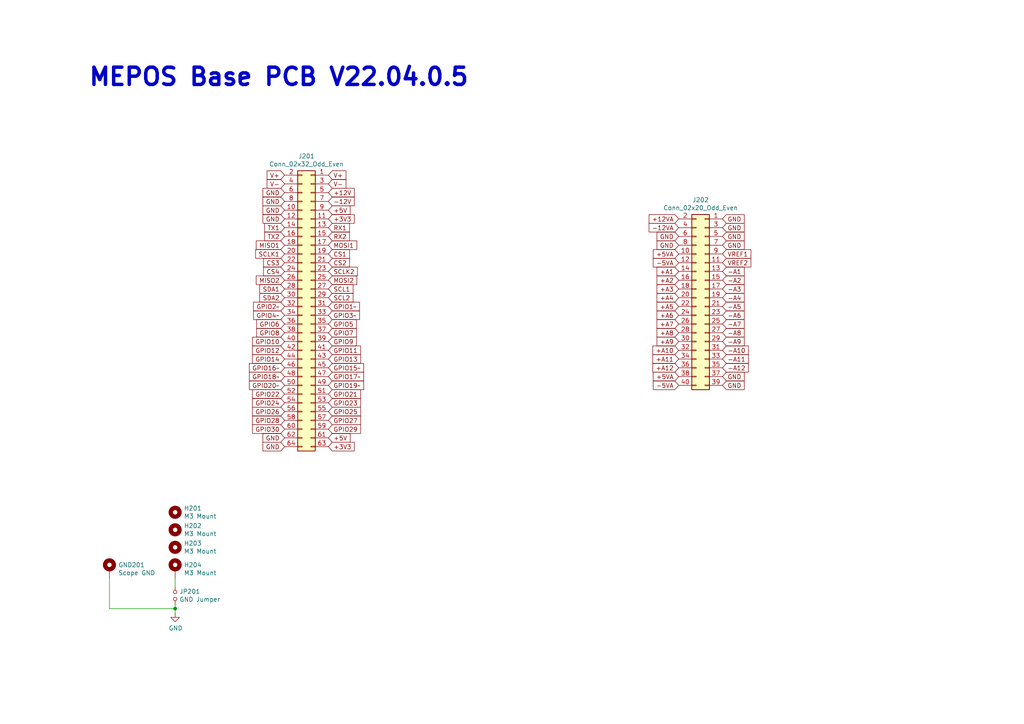
<source format=kicad_sch>
(kicad_sch (version 20211123) (generator eeschema)
  (paper "A4")
  (title_block (title "MEPOS Base PCB") (date "2022-05-15") (rev "V22.04.0.5"))
  (lib_symbols
    (symbol "Connector_Generic:Conn_02x20_Odd_Even" (pin_names (offset 1.016) hide)
      (property "Reference" "J" (at 1.27 25.4 0))
      (property "Value" "Conn_02x20_Odd_Even" (at 1.27 -27.94 0))
      (symbol "Conn_02x20_Odd_Even_1_1"
        (rectangle (start -1.27 -25.273) (end 0 -25.527) (stroke (width 0.1524)))
        (rectangle (start -1.27 -22.733) (end 0 -22.987) (stroke (width 0.1524)))
        (rectangle (start -1.27 -20.193) (end 0 -20.447) (stroke (width 0.1524)))
        (rectangle (start -1.27 -17.653) (end 0 -17.907) (stroke (width 0.1524)))
        (rectangle (start -1.27 -15.113) (end 0 -15.367) (stroke (width 0.1524)))
        (rectangle (start -1.27 -12.573) (end 0 -12.827) (stroke (width 0.1524)))
        (rectangle (start -1.27 -10.033) (end 0 -10.287) (stroke (width 0.1524)))
        (rectangle (start -1.27 -7.493) (end 0 -7.747) (stroke (width 0.1524)))
        (rectangle (start -1.27 -4.953) (end 0 -5.207) (stroke (width 0.1524)))
        (rectangle (start -1.27 -2.413) (end 0 -2.667) (stroke (width 0.1524)))
        (rectangle (start -1.27 0.127) (end 0 -0.127) (stroke (width 0.1524)))
        (rectangle (start -1.27 2.667) (end 0 2.413) (stroke (width 0.1524)))
        (rectangle (start -1.27 5.207) (end 0 4.953) (stroke (width 0.1524)))
        (rectangle (start -1.27 7.747) (end 0 7.493) (stroke (width 0.1524)))
        (rectangle (start -1.27 10.287) (end 0 10.033) (stroke (width 0.1524)))
        (rectangle (start -1.27 12.827) (end 0 12.573) (stroke (width 0.1524)))
        (rectangle (start -1.27 15.367) (end 0 15.113) (stroke (width 0.1524)))
        (rectangle (start -1.27 17.907) (end 0 17.653) (stroke (width 0.1524)))
        (rectangle (start -1.27 20.447) (end 0 20.193) (stroke (width 0.1524)))
        (rectangle (start -1.27 22.987) (end 0 22.733) (stroke (width 0.1524)))
        (rectangle (start -1.27 24.13) (end 3.81 -26.67) (stroke (width 0.254)) (fill (type background)))
        (rectangle (start 3.81 -25.273) (end 2.54 -25.527) (stroke (width 0.1524)))
        (rectangle (start 3.81 -22.733) (end 2.54 -22.987) (stroke (width 0.1524)))
        (rectangle (start 3.81 -20.193) (end 2.54 -20.447) (stroke (width 0.1524)))
        (rectangle (start 3.81 -17.653) (end 2.54 -17.907) (stroke (width 0.1524)))
        (rectangle (start 3.81 -15.113) (end 2.54 -15.367) (stroke (width 0.1524)))
        (rectangle (start 3.81 -12.573) (end 2.54 -12.827) (stroke (width 0.1524)))
        (rectangle (start 3.81 -10.033) (end 2.54 -10.287) (stroke (width 0.1524)))
        (rectangle (start 3.81 -7.493) (end 2.54 -7.747) (stroke (width 0.1524)))
        (rectangle (start 3.81 -4.953) (end 2.54 -5.207) (stroke (width 0.1524)))
        (rectangle (start 3.81 -2.413) (end 2.54 -2.667) (stroke (width 0.1524)))
        (rectangle (start 3.81 0.127) (end 2.54 -0.127) (stroke (width 0.1524)))
        (rectangle (start 3.81 2.667) (end 2.54 2.413) (stroke (width 0.1524)))
        (rectangle (start 3.81 5.207) (end 2.54 4.953) (stroke (width 0.1524)))
        (rectangle (start 3.81 7.747) (end 2.54 7.493) (stroke (width 0.1524)))
        (rectangle (start 3.81 10.287) (end 2.54 10.033) (stroke (width 0.1524)))
        (rectangle (start 3.81 12.827) (end 2.54 12.573) (stroke (width 0.1524)))
        (rectangle (start 3.81 15.367) (end 2.54 15.113) (stroke (width 0.1524)))
        (rectangle (start 3.81 17.907) (end 2.54 17.653) (stroke (width 0.1524)))
        (rectangle (start 3.81 20.447) (end 2.54 20.193) (stroke (width 0.1524)))
        (rectangle (start 3.81 22.987) (end 2.54 22.733) (stroke (width 0.1524)))
        (pin passive line (at -5.08 22.86 0) (length 3.81) (name "Pin_1") (number "1"))
        (pin passive line (at 7.62 12.7 180) (length 3.81) (name "Pin_10") (number "10"))
        (pin passive line (at -5.08 10.16 0) (length 3.81) (name "Pin_11") (number "11"))
        (pin passive line (at 7.62 10.16 180) (length 3.81) (name "Pin_12") (number "12"))
        (pin passive line (at -5.08 7.62 0) (length 3.81) (name "Pin_13") (number "13"))
        (pin passive line (at 7.62 7.62 180) (length 3.81) (name "Pin_14") (number "14"))
        (pin passive line (at -5.08 5.08 0) (length 3.81) (name "Pin_15") (number "15"))
        (pin passive line (at 7.62 5.08 180) (length 3.81) (name "Pin_16") (number "16"))
        (pin passive line (at -5.08 2.54 0) (length 3.81) (name "Pin_17") (number "17"))
        (pin passive line (at 7.62 2.54 180) (length 3.81) (name "Pin_18") (number "18"))
        (pin passive line (at -5.08 0 0) (length 3.81) (name "Pin_19") (number "19"))
        (pin passive line (at 7.62 22.86 180) (length 3.81) (name "Pin_2") (number "2"))
        (pin passive line (at 7.62 0 180) (length 3.81) (name "Pin_20") (number "20"))
        (pin passive line (at -5.08 -2.54 0) (length 3.81) (name "Pin_21") (number "21"))
        (pin passive line (at 7.62 -2.54 180) (length 3.81) (name "Pin_22") (number "22"))
        (pin passive line (at -5.08 -5.08 0) (length 3.81) (name "Pin_23") (number "23"))
        (pin passive line (at 7.62 -5.08 180) (length 3.81) (name "Pin_24") (number "24"))
        (pin passive line (at -5.08 -7.62 0) (length 3.81) (name "Pin_25") (number "25"))
        (pin passive line (at 7.62 -7.62 180) (length 3.81) (name "Pin_26") (number "26"))
        (pin passive line (at -5.08 -10.16 0) (length 3.81) (name "Pin_27") (number "27"))
        (pin passive line (at 7.62 -10.16 180) (length 3.81) (name "Pin_28") (number "28"))
        (pin passive line (at -5.08 -12.7 0) (length 3.81) (name "Pin_29") (number "29"))
        (pin passive line (at -5.08 20.32 0) (length 3.81) (name "Pin_3") (number "3"))
        (pin passive line (at 7.62 -12.7 180) (length 3.81) (name "Pin_30") (number "30"))
        (pin passive line (at -5.08 -15.24 0) (length 3.81) (name "Pin_31") (number "31"))
        (pin passive line (at 7.62 -15.24 180) (length 3.81) (name "Pin_32") (number "32"))
        (pin passive line (at -5.08 -17.78 0) (length 3.81) (name "Pin_33") (number "33"))
        (pin passive line (at 7.62 -17.78 180) (length 3.81) (name "Pin_34") (number "34"))
        (pin passive line (at -5.08 -20.32 0) (length 3.81) (name "Pin_35") (number "35"))
        (pin passive line (at 7.62 -20.32 180) (length 3.81) (name "Pin_36") (number "36"))
        (pin passive line (at -5.08 -22.86 0) (length 3.81) (name "Pin_37") (number "37"))
        (pin passive line (at 7.62 -22.86 180) (length 3.81) (name "Pin_38") (number "38"))
        (pin passive line (at -5.08 -25.4 0) (length 3.81) (name "Pin_39") (number "39"))
        (pin passive line (at 7.62 20.32 180) (length 3.81) (name "Pin_4") (number "4"))
        (pin passive line (at 7.62 -25.4 180) (length 3.81) (name "Pin_40") (number "40"))
        (pin passive line (at -5.08 17.78 0) (length 3.81) (name "Pin_5") (number "5"))
        (pin passive line (at 7.62 17.78 180) (length 3.81) (name "Pin_6") (number "6"))
        (pin passive line (at -5.08 15.24 0) (length 3.81) (name "Pin_7") (number "7"))
        (pin passive line (at 7.62 15.24 180) (length 3.81) (name "Pin_8") (number "8"))
        (pin passive line (at -5.08 12.7 0) (length 3.81) (name "Pin_9") (number "9"))
      )
    )
    (symbol "Connector_Generic:Conn_02x32_Odd_Even" (pin_names (offset 1.016) hide)
      (property "Reference" "J" (at 1.27 40.64 0))
      (property "Value" "Conn_02x32_Odd_Even" (at 1.27 -43.18 0))
      (symbol "Conn_02x32_Odd_Even_1_1"
        (rectangle (start -1.27 -40.513) (end 0 -40.767) (stroke (width 0.1524)))
        (rectangle (start -1.27 -37.973) (end 0 -38.227) (stroke (width 0.1524)))
        (rectangle (start -1.27 -35.433) (end 0 -35.687) (stroke (width 0.1524)))
        (rectangle (start -1.27 -32.893) (end 0 -33.147) (stroke (width 0.1524)))
        (rectangle (start -1.27 -30.353) (end 0 -30.607) (stroke (width 0.1524)))
        (rectangle (start -1.27 -27.813) (end 0 -28.067) (stroke (width 0.1524)))
        (rectangle (start -1.27 -25.273) (end 0 -25.527) (stroke (width 0.1524)))
        (rectangle (start -1.27 -22.733) (end 0 -22.987) (stroke (width 0.1524)))
        (rectangle (start -1.27 -20.193) (end 0 -20.447) (stroke (width 0.1524)))
        (rectangle (start -1.27 -17.653) (end 0 -17.907) (stroke (width 0.1524)))
        (rectangle (start -1.27 -15.113) (end 0 -15.367) (stroke (width 0.1524)))
        (rectangle (start -1.27 -12.573) (end 0 -12.827) (stroke (width 0.1524)))
        (rectangle (start -1.27 -10.033) (end 0 -10.287) (stroke (width 0.1524)))
        (rectangle (start -1.27 -7.493) (end 0 -7.747) (stroke (width 0.1524)))
        (rectangle (start -1.27 -4.953) (end 0 -5.207) (stroke (width 0.1524)))
        (rectangle (start -1.27 -2.413) (end 0 -2.667) (stroke (width 0.1524)))
        (rectangle (start -1.27 0.127) (end 0 -0.127) (stroke (width 0.1524)))
        (rectangle (start -1.27 2.667) (end 0 2.413) (stroke (width 0.1524)))
        (rectangle (start -1.27 5.207) (end 0 4.953) (stroke (width 0.1524)))
        (rectangle (start -1.27 7.747) (end 0 7.493) (stroke (width 0.1524)))
        (rectangle (start -1.27 10.287) (end 0 10.033) (stroke (width 0.1524)))
        (rectangle (start -1.27 12.827) (end 0 12.573) (stroke (width 0.1524)))
        (rectangle (start -1.27 15.367) (end 0 15.113) (stroke (width 0.1524)))
        (rectangle (start -1.27 17.907) (end 0 17.653) (stroke (width 0.1524)))
        (rectangle (start -1.27 20.447) (end 0 20.193) (stroke (width 0.1524)))
        (rectangle (start -1.27 22.987) (end 0 22.733) (stroke (width 0.1524)))
        (rectangle (start -1.27 25.527) (end 0 25.273) (stroke (width 0.1524)))
        (rectangle (start -1.27 28.067) (end 0 27.813) (stroke (width 0.1524)))
        (rectangle (start -1.27 30.607) (end 0 30.353) (stroke (width 0.1524)))
        (rectangle (start -1.27 33.147) (end 0 32.893) (stroke (width 0.1524)))
        (rectangle (start -1.27 35.687) (end 0 35.433) (stroke (width 0.1524)))
        (rectangle (start -1.27 38.227) (end 0 37.973) (stroke (width 0.1524)))
        (rectangle (start -1.27 39.37) (end 3.81 -41.91) (stroke (width 0.254)) (fill (type background)))
        (rectangle (start 3.81 -40.513) (end 2.54 -40.767) (stroke (width 0.1524)))
        (rectangle (start 3.81 -37.973) (end 2.54 -38.227) (stroke (width 0.1524)))
        (rectangle (start 3.81 -35.433) (end 2.54 -35.687) (stroke (width 0.1524)))
        (rectangle (start 3.81 -32.893) (end 2.54 -33.147) (stroke (width 0.1524)))
        (rectangle (start 3.81 -30.353) (end 2.54 -30.607) (stroke (width 0.1524)))
        (rectangle (start 3.81 -27.813) (end 2.54 -28.067) (stroke (width 0.1524)))
        (rectangle (start 3.81 -25.273) (end 2.54 -25.527) (stroke (width 0.1524)))
        (rectangle (start 3.81 -22.733) (end 2.54 -22.987) (stroke (width 0.1524)))
        (rectangle (start 3.81 -20.193) (end 2.54 -20.447) (stroke (width 0.1524)))
        (rectangle (start 3.81 -17.653) (end 2.54 -17.907) (stroke (width 0.1524)))
        (rectangle (start 3.81 -15.113) (end 2.54 -15.367) (stroke (width 0.1524)))
        (rectangle (start 3.81 -12.573) (end 2.54 -12.827) (stroke (width 0.1524)))
        (rectangle (start 3.81 -10.033) (end 2.54 -10.287) (stroke (width 0.1524)))
        (rectangle (start 3.81 -7.493) (end 2.54 -7.747) (stroke (width 0.1524)))
        (rectangle (start 3.81 -4.953) (end 2.54 -5.207) (stroke (width 0.1524)))
        (rectangle (start 3.81 -2.413) (end 2.54 -2.667) (stroke (width 0.1524)))
        (rectangle (start 3.81 0.127) (end 2.54 -0.127) (stroke (width 0.1524)))
        (rectangle (start 3.81 2.667) (end 2.54 2.413) (stroke (width 0.1524)))
        (rectangle (start 3.81 5.207) (end 2.54 4.953) (stroke (width 0.1524)))
        (rectangle (start 3.81 7.747) (end 2.54 7.493) (stroke (width 0.1524)))
        (rectangle (start 3.81 10.287) (end 2.54 10.033) (stroke (width 0.1524)))
        (rectangle (start 3.81 12.827) (end 2.54 12.573) (stroke (width 0.1524)))
        (rectangle (start 3.81 15.367) (end 2.54 15.113) (stroke (width 0.1524)))
        (rectangle (start 3.81 17.907) (end 2.54 17.653) (stroke (width 0.1524)))
        (rectangle (start 3.81 20.447) (end 2.54 20.193) (stroke (width 0.1524)))
        (rectangle (start 3.81 22.987) (end 2.54 22.733) (stroke (width 0.1524)))
        (rectangle (start 3.81 25.527) (end 2.54 25.273) (stroke (width 0.1524)))
        (rectangle (start 3.81 28.067) (end 2.54 27.813) (stroke (width 0.1524)))
        (rectangle (start 3.81 30.607) (end 2.54 30.353) (stroke (width 0.1524)))
        (rectangle (start 3.81 33.147) (end 2.54 32.893) (stroke (width 0.1524)))
        (rectangle (start 3.81 35.687) (end 2.54 35.433) (stroke (width 0.1524)))
        (rectangle (start 3.81 38.227) (end 2.54 37.973) (stroke (width 0.1524)))
        (pin passive line (at -5.08 38.1 0) (length 3.81) (name "Pin_1") (number "1"))
        (pin passive line (at 7.62 27.94 180) (length 3.81) (name "Pin_10") (number "10"))
        (pin passive line (at -5.08 25.4 0) (length 3.81) (name "Pin_11") (number "11"))
        (pin passive line (at 7.62 25.4 180) (length 3.81) (name "Pin_12") (number "12"))
        (pin passive line (at -5.08 22.86 0) (length 3.81) (name "Pin_13") (number "13"))
        (pin passive line (at 7.62 22.86 180) (length 3.81) (name "Pin_14") (number "14"))
        (pin passive line (at -5.08 20.32 0) (length 3.81) (name "Pin_15") (number "15"))
        (pin passive line (at 7.62 20.32 180) (length 3.81) (name "Pin_16") (number "16"))
        (pin passive line (at -5.08 17.78 0) (length 3.81) (name "Pin_17") (number "17"))
        (pin passive line (at 7.62 17.78 180) (length 3.81) (name "Pin_18") (number "18"))
        (pin passive line (at -5.08 15.24 0) (length 3.81) (name "Pin_19") (number "19"))
        (pin passive line (at 7.62 38.1 180) (length 3.81) (name "Pin_2") (number "2"))
        (pin passive line (at 7.62 15.24 180) (length 3.81) (name "Pin_20") (number "20"))
        (pin passive line (at -5.08 12.7 0) (length 3.81) (name "Pin_21") (number "21"))
        (pin passive line (at 7.62 12.7 180) (length 3.81) (name "Pin_22") (number "22"))
        (pin passive line (at -5.08 10.16 0) (length 3.81) (name "Pin_23") (number "23"))
        (pin passive line (at 7.62 10.16 180) (length 3.81) (name "Pin_24") (number "24"))
        (pin passive line (at -5.08 7.62 0) (length 3.81) (name "Pin_25") (number "25"))
        (pin passive line (at 7.62 7.62 180) (length 3.81) (name "Pin_26") (number "26"))
        (pin passive line (at -5.08 5.08 0) (length 3.81) (name "Pin_27") (number "27"))
        (pin passive line (at 7.62 5.08 180) (length 3.81) (name "Pin_28") (number "28"))
        (pin passive line (at -5.08 2.54 0) (length 3.81) (name "Pin_29") (number "29"))
        (pin passive line (at -5.08 35.56 0) (length 3.81) (name "Pin_3") (number "3"))
        (pin passive line (at 7.62 2.54 180) (length 3.81) (name "Pin_30") (number "30"))
        (pin passive line (at -5.08 0 0) (length 3.81) (name "Pin_31") (number "31"))
        (pin passive line (at 7.62 0 180) (length 3.81) (name "Pin_32") (number "32"))
        (pin passive line (at -5.08 -2.54 0) (length 3.81) (name "Pin_33") (number "33"))
        (pin passive line (at 7.62 -2.54 180) (length 3.81) (name "Pin_34") (number "34"))
        (pin passive line (at -5.08 -5.08 0) (length 3.81) (name "Pin_35") (number "35"))
        (pin passive line (at 7.62 -5.08 180) (length 3.81) (name "Pin_36") (number "36"))
        (pin passive line (at -5.08 -7.62 0) (length 3.81) (name "Pin_37") (number "37"))
        (pin passive line (at 7.62 -7.62 180) (length 3.81) (name "Pin_38") (number "38"))
        (pin passive line (at -5.08 -10.16 0) (length 3.81) (name "Pin_39") (number "39"))
        (pin passive line (at 7.62 35.56 180) (length 3.81) (name "Pin_4") (number "4"))
        (pin passive line (at 7.62 -10.16 180) (length 3.81) (name "Pin_40") (number "40"))
        (pin passive line (at -5.08 -12.7 0) (length 3.81) (name "Pin_41") (number "41"))
        (pin passive line (at 7.62 -12.7 180) (length 3.81) (name "Pin_42") (number "42"))
        (pin passive line (at -5.08 -15.24 0) (length 3.81) (name "Pin_43") (number "43"))
        (pin passive line (at 7.62 -15.24 180) (length 3.81) (name "Pin_44") (number "44"))
        (pin passive line (at -5.08 -17.78 0) (length 3.81) (name "Pin_45") (number "45"))
        (pin passive line (at 7.62 -17.78 180) (length 3.81) (name "Pin_46") (number "46"))
        (pin passive line (at -5.08 -20.32 0) (length 3.81) (name "Pin_47") (number "47"))
        (pin passive line (at 7.62 -20.32 180) (length 3.81) (name "Pin_48") (number "48"))
        (pin passive line (at -5.08 -22.86 0) (length 3.81) (name "Pin_49") (number "49"))
        (pin passive line (at -5.08 33.02 0) (length 3.81) (name "Pin_5") (number "5"))
        (pin passive line (at 7.62 -22.86 180) (length 3.81) (name "Pin_50") (number "50"))
        (pin passive line (at -5.08 -25.4 0) (length 3.81) (name "Pin_51") (number "51"))
        (pin passive line (at 7.62 -25.4 180) (length 3.81) (name "Pin_52") (number "52"))
        (pin passive line (at -5.08 -27.94 0) (length 3.81) (name "Pin_53") (number "53"))
        (pin passive line (at 7.62 -27.94 180) (length 3.81) (name "Pin_54") (number "54"))
        (pin passive line (at -5.08 -30.48 0) (length 3.81) (name "Pin_55") (number "55"))
        (pin passive line (at 7.62 -30.48 180) (length 3.81) (name "Pin_56") (number "56"))
        (pin passive line (at -5.08 -33.02 0) (length 3.81) (name "Pin_57") (number "57"))
        (pin passive line (at 7.62 -33.02 180) (length 3.81) (name "Pin_58") (number "58"))
        (pin passive line (at -5.08 -35.56 0) (length 3.81) (name "Pin_59") (number "59"))
        (pin passive line (at 7.62 33.02 180) (length 3.81) (name "Pin_6") (number "6"))
        (pin passive line (at 7.62 -35.56 180) (length 3.81) (name "Pin_60") (number "60"))
        (pin passive line (at -5.08 -38.1 0) (length 3.81) (name "Pin_61") (number "61"))
        (pin passive line (at 7.62 -38.1 180) (length 3.81) (name "Pin_62") (number "62"))
        (pin passive line (at -5.08 -40.64 0) (length 3.81) (name "Pin_63") (number "63"))
        (pin passive line (at 7.62 -40.64 180) (length 3.81) (name "Pin_64") (number "64"))
        (pin passive line (at -5.08 30.48 0) (length 3.81) (name "Pin_7") (number "7"))
        (pin passive line (at 7.62 30.48 180) (length 3.81) (name "Pin_8") (number "8"))
        (pin passive line (at -5.08 27.94 0) (length 3.81) (name "Pin_9") (number "9"))
      )
    )
    (symbol "Device:Jumper_NO_Small" (pin_numbers hide) (pin_names (offset 0.762) hide)
      (property "Reference" "JP" (at 0 2.032 0))
      (property "Value" "Device_Jumper_NO_Small" (at 0.254 -1.524 0))
      (symbol "Jumper_NO_Small_0_1"
        (circle (center -1.016 0) (radius 0.508))
        (circle (center 1.016 0) (radius 0.508))
        (pin passive line (at -2.54 0 0) (length 1.016) (name "1") (number "1"))
        (pin passive line (at 2.54 0 180) (length 1.016) (name "2") (number "2"))
      )
    )
    (symbol "Mechanical:MountingHole" (pin_names (offset 1.016))
      (property "Reference" "H" (at 0 5.08 0))
      (property "Value" "MountingHole" (at 0 3.175 0))
      (symbol "MountingHole_0_1"
        (circle (center 0 0) (radius 1.27) (stroke (width 1.27)))
      )
    )
    (symbol "Mechanical:MountingHole_Pad" (pin_numbers hide) (pin_names (offset 1.016) hide)
      (property "Reference" "H" (at 0 6.35 0))
      (property "Value" "MountingHole_Pad" (at 0 4.445 0))
      (symbol "MountingHole_Pad_0_1"
        (circle (center 0 1.27) (radius 1.27) (stroke (width 1.27)))
      )
      (symbol "MountingHole_Pad_1_1"
        (pin input line (at 0 -2.54 90) (length 2.54) (name "1") (number "1"))
      )
    )
    (symbol "power:GND" (power) (pin_names (offset 0))
      (property "Value" "GND" (at 0 -3.81 0))
      (symbol "GND_0_1"
        (polyline (pts (xy 0 0) (xy 0 -1.27) (xy 1.27 -1.27) (xy 0 -2.54) (xy -1.27 -1.27) (xy 0 -1.27)))
      )
      (symbol "GND_1_1"
        (pin power_in line (at 0 0 270) (length 0) hide (name "GND") (number "1"))
      )
    )
  )
  (junction (at 50.8 176.53))
  (wire (pts (xy 50.8 170.18) (xy 50.8 167.64)))
  (wire (pts (xy 31.75 167.64) (xy 31.75 176.53)))
  (wire (pts (xy 50.8 176.53) (xy 50.8 175.26)))
  (wire (pts (xy 50.8 177.8) (xy 50.8 176.53)))
  (wire (pts (xy 31.75 176.53) (xy 50.8 176.53)))
  (text "MEPOS Base PCB V22.04.0.5" (at 25.4 25.4 0) (effects (font (size 5.0038 5.0038) (thickness 1.0008) bold) (justify left bottom)))
  (global_label "GPIO13" (shape input) (at 95.25 104.14 0) (property "Intersheet References" "${INTERSHEET_REFS}" (effects hide)))
  (global_label "GPIO15~" (shape input) (at 95.25 106.68 0) (property "Intersheet References" "${INTERSHEET_REFS}" (effects hide)))
  (global_label "-A7" (shape input) (at 209.55 93.98 0) (property "Intersheet References" "${INTERSHEET_REFS}" (effects hide)))
  (global_label "GPIO25" (shape input) (at 95.25 119.38 0) (property "Intersheet References" "${INTERSHEET_REFS}" (effects hide)))
  (global_label "V-" (shape input) (at 82.55 53.34 180) (property "Intersheet References" "${INTERSHEET_REFS}" (effects hide)))
  (global_label "GND" (shape input) (at 82.55 55.88 180) (property "Intersheet References" "${INTERSHEET_REFS}" (effects hide)))
  (global_label "RX2" (shape input) (at 95.25 68.58 0) (property "Intersheet References" "${INTERSHEET_REFS}" (effects hide)))
  (global_label "-A10" (shape input) (at 209.55 101.6 0) (property "Intersheet References" "${INTERSHEET_REFS}" (effects hide)))
  (global_label "GND" (shape input) (at 196.85 71.12 180) (property "Intersheet References" "${INTERSHEET_REFS}" (effects hide)))
  (global_label "MOSI2" (shape input) (at 95.25 81.28 0) (property "Intersheet References" "${INTERSHEET_REFS}" (effects hide)))
  (global_label "+12VA" (shape input) (at 196.85 63.5 180) (property "Intersheet References" "${INTERSHEET_REFS}" (effects hide)))
  (global_label "-A8" (shape input) (at 209.55 96.52 0) (property "Intersheet References" "${INTERSHEET_REFS}" (effects hide)))
  (global_label "+5VA" (shape input) (at 196.85 109.22 180) (property "Intersheet References" "${INTERSHEET_REFS}" (effects hide)))
  (global_label "+A8" (shape input) (at 196.85 96.52 180) (property "Intersheet References" "${INTERSHEET_REFS}" (effects hide)))
  (global_label "-A3" (shape input) (at 209.55 83.82 0) (property "Intersheet References" "${INTERSHEET_REFS}" (effects hide)))
  (global_label "CS1" (shape input) (at 95.25 73.66 0) (property "Intersheet References" "${INTERSHEET_REFS}" (effects hide)))
  (global_label "+5V" (shape input) (at 95.25 60.96 0) (property "Intersheet References" "${INTERSHEET_REFS}" (effects hide)))
  (global_label "-5VA" (shape input) (at 196.85 111.76 180) (property "Intersheet References" "${INTERSHEET_REFS}" (effects hide)))
  (global_label "GPIO27" (shape input) (at 95.25 121.92 0) (property "Intersheet References" "${INTERSHEET_REFS}" (effects hide)))
  (global_label "GPIO17~" (shape input) (at 95.25 109.22 0) (property "Intersheet References" "${INTERSHEET_REFS}" (effects hide)))
  (global_label "+A11" (shape input) (at 196.85 104.14 180) (property "Intersheet References" "${INTERSHEET_REFS}" (effects hide)))
  (global_label "MISO1" (shape input) (at 82.55 71.12 180) (property "Intersheet References" "${INTERSHEET_REFS}" (effects hide)))
  (global_label "GPIO4~" (shape input) (at 82.55 91.44 180) (property "Intersheet References" "${INTERSHEET_REFS}" (effects hide)))
  (global_label "TX1" (shape input) (at 82.55 66.04 180) (property "Intersheet References" "${INTERSHEET_REFS}" (effects hide)))
  (global_label "V+" (shape input) (at 82.55 50.8 180) (property "Intersheet References" "${INTERSHEET_REFS}" (effects hide)))
  (global_label "GPIO7" (shape input) (at 95.25 96.52 0) (property "Intersheet References" "${INTERSHEET_REFS}" (effects hide)))
  (global_label "-A4" (shape input) (at 209.55 86.36 0) (property "Intersheet References" "${INTERSHEET_REFS}" (effects hide)))
  (global_label "-12V" (shape input) (at 95.25 58.42 0) (property "Intersheet References" "${INTERSHEET_REFS}" (effects hide)))
  (global_label "+A5" (shape input) (at 196.85 88.9 180) (property "Intersheet References" "${INTERSHEET_REFS}" (effects hide)))
  (global_label "GPIO14" (shape input) (at 82.55 104.14 180) (property "Intersheet References" "${INTERSHEET_REFS}" (effects hide)))
  (global_label "GPIO10" (shape input) (at 82.55 99.06 180) (property "Intersheet References" "${INTERSHEET_REFS}" (effects hide)))
  (global_label "GPIO22" (shape input) (at 82.55 114.3 180) (property "Intersheet References" "${INTERSHEET_REFS}" (effects hide)))
  (global_label "+A12" (shape input) (at 196.85 106.68 180) (property "Intersheet References" "${INTERSHEET_REFS}" (effects hide)))
  (global_label "GPIO8" (shape input) (at 82.55 96.52 180) (property "Intersheet References" "${INTERSHEET_REFS}" (effects hide)))
  (global_label "+A6" (shape input) (at 196.85 91.44 180) (property "Intersheet References" "${INTERSHEET_REFS}" (effects hide)))
  (global_label "GPIO6" (shape input) (at 82.55 93.98 180) (property "Intersheet References" "${INTERSHEET_REFS}" (effects hide)))
  (global_label "GND" (shape input) (at 209.55 71.12 0) (property "Intersheet References" "${INTERSHEET_REFS}" (effects hide)))
  (global_label "SCL1" (shape input) (at 95.25 83.82 0) (property "Intersheet References" "${INTERSHEET_REFS}" (effects hide)))
  (global_label "GPIO16~" (shape input) (at 82.55 106.68 180) (property "Intersheet References" "${INTERSHEET_REFS}" (effects hide)))
  (global_label "VREF2" (shape input) (at 209.55 76.2 0) (property "Intersheet References" "${INTERSHEET_REFS}" (effects hide)))
  (global_label "-A12" (shape input) (at 209.55 106.68 0) (property "Intersheet References" "${INTERSHEET_REFS}" (effects hide)))
  (global_label "-A11" (shape input) (at 209.55 104.14 0) (property "Intersheet References" "${INTERSHEET_REFS}" (effects hide)))
  (global_label "SDA2" (shape input) (at 82.55 86.36 180) (property "Intersheet References" "${INTERSHEET_REFS}" (effects hide)))
  (global_label "MOSI1" (shape input) (at 95.25 71.12 0) (property "Intersheet References" "${INTERSHEET_REFS}" (effects hide)))
  (global_label "GPIO1~" (shape input) (at 95.25 88.9 0) (property "Intersheet References" "${INTERSHEET_REFS}" (effects hide)))
  (global_label "+5V" (shape input) (at 95.25 127 0) (property "Intersheet References" "${INTERSHEET_REFS}" (effects hide)))
  (global_label "SCLK2" (shape input) (at 95.25 78.74 0) (property "Intersheet References" "${INTERSHEET_REFS}" (effects hide)))
  (global_label "MISO2" (shape input) (at 82.55 81.28 180) (property "Intersheet References" "${INTERSHEET_REFS}" (effects hide)))
  (global_label "GND" (shape input) (at 82.55 58.42 180) (property "Intersheet References" "${INTERSHEET_REFS}" (effects hide)))
  (global_label "+A1" (shape input) (at 196.85 78.74 180) (property "Intersheet References" "${INTERSHEET_REFS}" (effects hide)))
  (global_label "GPIO20~" (shape input) (at 82.55 111.76 180) (property "Intersheet References" "${INTERSHEET_REFS}" (effects hide)))
  (global_label "-A2" (shape input) (at 209.55 81.28 0) (property "Intersheet References" "${INTERSHEET_REFS}" (effects hide)))
  (global_label "V+" (shape input) (at 95.25 50.8 0) (property "Intersheet References" "${INTERSHEET_REFS}" (effects hide)))
  (global_label "GPIO19~" (shape input) (at 95.25 111.76 0) (property "Intersheet References" "${INTERSHEET_REFS}" (effects hide)))
  (global_label "+A7" (shape input) (at 196.85 93.98 180) (property "Intersheet References" "${INTERSHEET_REFS}" (effects hide)))
  (global_label "SCL2" (shape input) (at 95.25 86.36 0) (property "Intersheet References" "${INTERSHEET_REFS}" (effects hide)))
  (global_label "TX2" (shape input) (at 82.55 68.58 180) (property "Intersheet References" "${INTERSHEET_REFS}" (effects hide)))
  (global_label "+12V" (shape input) (at 95.25 55.88 0) (property "Intersheet References" "${INTERSHEET_REFS}" (effects hide)))
  (global_label "+A9" (shape input) (at 196.85 99.06 180) (property "Intersheet References" "${INTERSHEET_REFS}" (effects hide)))
  (global_label "GND" (shape input) (at 196.85 68.58 180) (property "Intersheet References" "${INTERSHEET_REFS}" (effects hide)))
  (global_label "GPIO30" (shape input) (at 82.55 124.46 180) (property "Intersheet References" "${INTERSHEET_REFS}" (effects hide)))
  (global_label "GPIO5" (shape input) (at 95.25 93.98 0) (property "Intersheet References" "${INTERSHEET_REFS}" (effects hide)))
  (global_label "-5VA" (shape input) (at 196.85 76.2 180) (property "Intersheet References" "${INTERSHEET_REFS}" (effects hide)))
  (global_label "GND" (shape input) (at 209.55 109.22 0) (property "Intersheet References" "${INTERSHEET_REFS}" (effects hide)))
  (global_label "VREF1" (shape input) (at 209.55 73.66 0) (property "Intersheet References" "${INTERSHEET_REFS}" (effects hide)))
  (global_label "GPIO28" (shape input) (at 82.55 121.92 180) (property "Intersheet References" "${INTERSHEET_REFS}" (effects hide)))
  (global_label "+5VA" (shape input) (at 196.85 73.66 180) (property "Intersheet References" "${INTERSHEET_REFS}" (effects hide)))
  (global_label "GPIO9" (shape input) (at 95.25 99.06 0) (property "Intersheet References" "${INTERSHEET_REFS}" (effects hide)))
  (global_label "+3V3" (shape input) (at 95.25 63.5 0) (property "Intersheet References" "${INTERSHEET_REFS}" (effects hide)))
  (global_label "GND" (shape input) (at 82.55 60.96 180) (property "Intersheet References" "${INTERSHEET_REFS}" (effects hide)))
  (global_label "CS3" (shape input) (at 82.55 76.2 180) (property "Intersheet References" "${INTERSHEET_REFS}" (effects hide)))
  (global_label "GPIO12" (shape input) (at 82.55 101.6 180) (property "Intersheet References" "${INTERSHEET_REFS}" (effects hide)))
  (global_label "+A2" (shape input) (at 196.85 81.28 180) (property "Intersheet References" "${INTERSHEET_REFS}" (effects hide)))
  (global_label "GND" (shape input) (at 209.55 111.76 0) (property "Intersheet References" "${INTERSHEET_REFS}" (effects hide)))
  (global_label "-A6" (shape input) (at 209.55 91.44 0) (property "Intersheet References" "${INTERSHEET_REFS}" (effects hide)))
  (global_label "GND" (shape input) (at 82.55 129.54 180) (property "Intersheet References" "${INTERSHEET_REFS}" (effects hide)))
  (global_label "GND" (shape input) (at 82.55 127 180) (property "Intersheet References" "${INTERSHEET_REFS}" (effects hide)))
  (global_label "GPIO26" (shape input) (at 82.55 119.38 180) (property "Intersheet References" "${INTERSHEET_REFS}" (effects hide)))
  (global_label "SCLK1" (shape input) (at 82.55 73.66 180) (property "Intersheet References" "${INTERSHEET_REFS}" (effects hide)))
  (global_label "V-" (shape input) (at 95.25 53.34 0) (property "Intersheet References" "${INTERSHEET_REFS}" (effects hide)))
  (global_label "GND" (shape input) (at 209.55 66.04 0) (property "Intersheet References" "${INTERSHEET_REFS}" (effects hide)))
  (global_label "GPIO23" (shape input) (at 95.25 116.84 0) (property "Intersheet References" "${INTERSHEET_REFS}" (effects hide)))
  (global_label "-A1" (shape input) (at 209.55 78.74 0) (property "Intersheet References" "${INTERSHEET_REFS}" (effects hide)))
  (global_label "GPIO2~" (shape input) (at 82.55 88.9 180) (property "Intersheet References" "${INTERSHEET_REFS}" (effects hide)))
  (global_label "+A4" (shape input) (at 196.85 86.36 180) (property "Intersheet References" "${INTERSHEET_REFS}" (effects hide)))
  (global_label "GPIO24" (shape input) (at 82.55 116.84 180) (property "Intersheet References" "${INTERSHEET_REFS}" (effects hide)))
  (global_label "-A5" (shape input) (at 209.55 88.9 0) (property "Intersheet References" "${INTERSHEET_REFS}" (effects hide)))
  (global_label "-A9" (shape input) (at 209.55 99.06 0) (property "Intersheet References" "${INTERSHEET_REFS}" (effects hide)))
  (global_label "GPIO11" (shape input) (at 95.25 101.6 0) (property "Intersheet References" "${INTERSHEET_REFS}" (effects hide)))
  (global_label "GND" (shape input) (at 82.55 63.5 180) (property "Intersheet References" "${INTERSHEET_REFS}" (effects hide)))
  (global_label "+A3" (shape input) (at 196.85 83.82 180) (property "Intersheet References" "${INTERSHEET_REFS}" (effects hide)))
  (global_label "CS4" (shape input) (at 82.55 78.74 180) (property "Intersheet References" "${INTERSHEET_REFS}" (effects hide)))
  (global_label "GPIO21" (shape input) (at 95.25 114.3 0) (property "Intersheet References" "${INTERSHEET_REFS}" (effects hide)))
  (global_label "GPIO18~" (shape input) (at 82.55 109.22 180) (property "Intersheet References" "${INTERSHEET_REFS}" (effects hide)))
  (global_label "CS2" (shape input) (at 95.25 76.2 0) (property "Intersheet References" "${INTERSHEET_REFS}" (effects hide)))
  (global_label "SDA1" (shape input) (at 82.55 83.82 180) (property "Intersheet References" "${INTERSHEET_REFS}" (effects hide)))
  (global_label "GND" (shape input) (at 209.55 63.5 0) (property "Intersheet References" "${INTERSHEET_REFS}" (effects hide)))
  (global_label "-12VA" (shape input) (at 196.85 66.04 180) (property "Intersheet References" "${INTERSHEET_REFS}" (effects hide)))
  (global_label "+3V3" (shape input) (at 95.25 129.54 0) (property "Intersheet References" "${INTERSHEET_REFS}" (effects hide)))
  (global_label "RX1" (shape input) (at 95.25 66.04 0) (property "Intersheet References" "${INTERSHEET_REFS}" (effects hide)))
  (global_label "GPIO3~" (shape input) (at 95.25 91.44 0) (property "Intersheet References" "${INTERSHEET_REFS}" (effects hide)))
  (global_label "GND" (shape input) (at 209.55 68.58 0) (property "Intersheet References" "${INTERSHEET_REFS}" (effects hide)))
  (global_label "GPIO29" (shape input) (at 95.25 124.46 0) (property "Intersheet References" "${INTERSHEET_REFS}" (effects hide)))
  (global_label "+A10" (shape input) (at 196.85 101.6 180) (property "Intersheet References" "${INTERSHEET_REFS}" (effects hide)))
  (symbol (lib_id "Mechanical:MountingHole_Pad") (at 50.8 165.1 0) (unit 1)
    (property "Reference" "H204" (at 53.34 163.8554 0) (effects (justify left)))
    (property "Value" "M3 Mount" (at 53.34 166.1668 0) (effects (justify left)))
    (property "Footprint" "MountingHole:MountingHole_3.2mm_M3_Pad" (effects hide))
  )
  (symbol (lib_id "Mechanical:MountingHole_Pad") (at 31.75 165.1 0) (unit 1)
    (property "Reference" "GND201" (at 34.29 163.8554 0) (effects (justify left)))
    (property "Value" "Scope GND" (at 34.29 166.1668 0) (effects (justify left)))
    (property "Footprint" "MEP_TEMPLATE:Scope_GND" (effects hide))
  )
  (symbol (lib_id "power:GND") (at 50.8 177.8 0) (unit 1)
    (property "Reference" "#PWR0201" (effects hide))
    (property "Value" "GND" (at 50.927 182.1942 0))
    (property "Footprint" "MEPOS:Scope_GND" (effects hide))
  )
  (symbol (lib_id "Device:Jumper_NO_Small") (at 50.8 172.72 270) (unit 1)
    (property "Reference" "JP201" (at 52.0192 171.5516 90) (effects (justify left)))
    (property "Value" "GND Jumper" (at 52.0192 173.863 90) (effects (justify left)))
    (property "Footprint" "TestPoint:TestPoint_2Pads_Pitch2.54mm_Drill0.8mm" (effects hide))
  )
  (symbol (lib_id "Mechanical:MountingHole") (at 50.8 158.75 0) (unit 1)
    (property "Reference" "H203" (at 53.34 157.5816 0) (effects (justify left)))
    (property "Value" "M3 Mount" (at 53.34 159.893 0) (effects (justify left)))
    (property "Footprint" "MountingHole:MountingHole_3.2mm_M3_Pad" (effects hide))
  )
  (symbol (lib_id "Mechanical:MountingHole") (at 50.8 153.67 0) (unit 1)
    (property "Reference" "H202" (at 53.34 152.5016 0) (effects (justify left)))
    (property "Value" "M3 Mount" (at 53.34 154.813 0) (effects (justify left)))
    (property "Footprint" "MountingHole:MountingHole_3.2mm_M3_Pad" (effects hide))
  )
  (symbol (lib_id "Mechanical:MountingHole") (at 50.8 148.59 0) (unit 1)
    (property "Reference" "H201" (at 53.34 147.4216 0) (effects (justify left)))
    (property "Value" "M3 Mount" (at 53.34 149.733 0) (effects (justify left)))
    (property "Footprint" "MountingHole:MountingHole_3.2mm_M3_Pad" (effects hide))
  )
  (symbol (lib_id "Connector_Generic:Conn_02x32_Odd_Even") (at 90.17 88.9 0) (mirror y) (unit 1)
    (property "Reference" "J201" (at 88.9 45.2882 0))
    (property "Value" "Conn_02x32_Odd_Even" (at 88.9 47.5996 0))
    (property "Footprint" "Connector_PinSocket_2.54mm:PinSocket_2x32_P2.54mm_Vertical" (effects hide))
  )
  (symbol (lib_id "Connector_Generic:Conn_02x20_Odd_Even") (at 204.47 86.36 0) (mirror y) (unit 1)
    (property "Reference" "J202" (at 203.2 57.9882 0))
    (property "Value" "Conn_02x20_Odd_Even" (at 203.2 60.2996 0))
    (property "Footprint" "Connector_PinSocket_2.54mm:PinSocket_2x20_P2.54mm_Vertical" (effects hide))
  )
)
</source>
